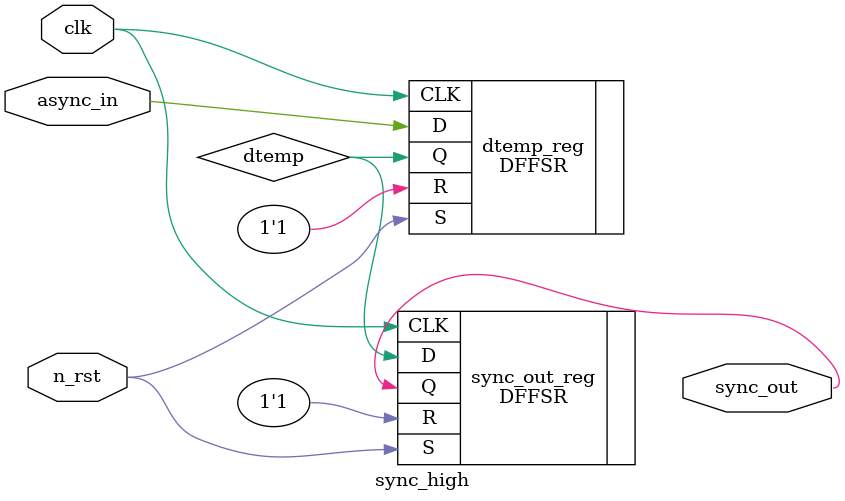
<source format=v>


module sync_high ( clk, n_rst, async_in, sync_out );
  input clk, n_rst, async_in;
  output sync_out;
  wire   dtemp;

  DFFSR dtemp_reg ( .D(async_in), .CLK(clk), .R(1'b1), .S(n_rst), .Q(dtemp) );
  DFFSR sync_out_reg ( .D(dtemp), .CLK(clk), .R(1'b1), .S(n_rst), .Q(sync_out)
         );
endmodule


</source>
